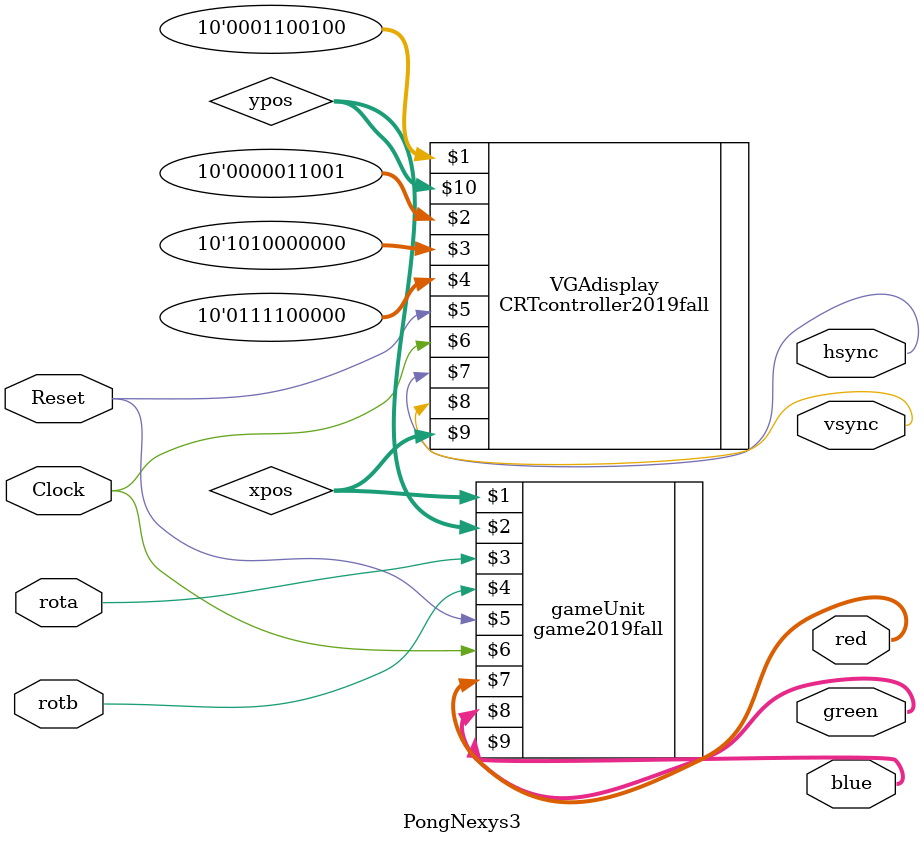
<source format=v>
`timescale 1ns / 1ps

module PongNexys3(
    input rota, rotb, Reset, Clock, 
    output [2:0] red,
    output [2:0] green,
    output [1:0] blue,
    output hsync, vsync
    );

wire [9:0] xpos;
wire [9:0] ypos;

parameter [9:0] NumberofPixels=10'd640, NumberofLines=10'd480;
parameter [9:0] SystemClock=10'd100, CRTClock=10'd25; //MHz 

//module CRTcontroller2019fall #(parameter ResolutionSize=10, SystemClockSize=10) (
//input [SystemClockSize-1:0] SystemClockFreq, CRTClockFreq, 
//input [ResolutionSize-1:0] Xresolution, Yresolution,
//input reset, clock, output hsync, vsync, 
//output [ResolutionSize-1:0] xpos, ypos);

CRTcontroller2019fall VGAdisplay(SystemClock, CRTClock, 
     NumberofPixels, NumberofLines, Reset, Clock, hsync, vsync, xpos, ypos);
	  
//module game2019fall(
//				input [9:0] xpos, ypos,
//				input rota, rotb,Reset, clk25,
//				output [2:0] red,
//				output [2:0] green,
//				output [1:0] blue,
//				);
game2019fall gameUnit(xpos, ypos, rota, rotb, Reset,Clock, red, green, blue);
					
endmodule

</source>
